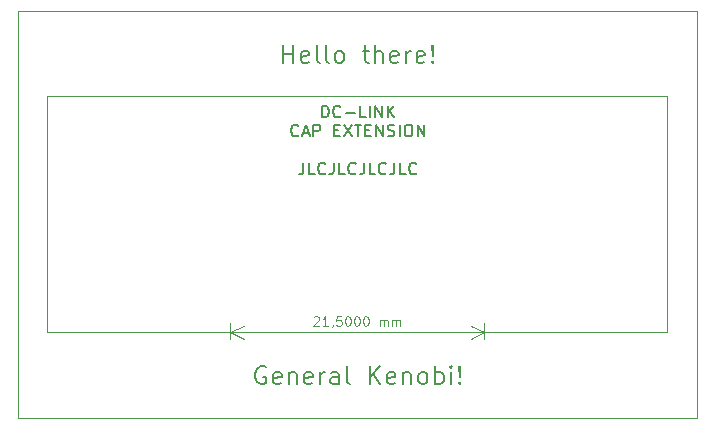
<source format=gbr>
%TF.GenerationSoftware,KiCad,Pcbnew,6.0.2+dfsg-1*%
%TF.CreationDate,2023-05-15T17:13:39+02:00*%
%TF.ProjectId,dclink,64636c69-6e6b-42e6-9b69-6361645f7063,V0*%
%TF.SameCoordinates,Original*%
%TF.FileFunction,Legend,Top*%
%TF.FilePolarity,Positive*%
%FSLAX46Y46*%
G04 Gerber Fmt 4.6, Leading zero omitted, Abs format (unit mm)*
G04 Created by KiCad (PCBNEW 6.0.2+dfsg-1) date 2023-05-15 17:13:39*
%MOMM*%
%LPD*%
G01*
G04 APERTURE LIST*
%ADD10C,0.150000*%
%ADD11C,0.200000*%
%ADD12C,0.120000*%
G04 APERTURE END LIST*
D10*
X146852380Y-103587380D02*
X146852380Y-102587380D01*
X147090476Y-102587380D01*
X147233333Y-102635000D01*
X147328571Y-102730238D01*
X147376190Y-102825476D01*
X147423809Y-103015952D01*
X147423809Y-103158809D01*
X147376190Y-103349285D01*
X147328571Y-103444523D01*
X147233333Y-103539761D01*
X147090476Y-103587380D01*
X146852380Y-103587380D01*
X148423809Y-103492142D02*
X148376190Y-103539761D01*
X148233333Y-103587380D01*
X148138095Y-103587380D01*
X147995238Y-103539761D01*
X147900000Y-103444523D01*
X147852380Y-103349285D01*
X147804761Y-103158809D01*
X147804761Y-103015952D01*
X147852380Y-102825476D01*
X147900000Y-102730238D01*
X147995238Y-102635000D01*
X148138095Y-102587380D01*
X148233333Y-102587380D01*
X148376190Y-102635000D01*
X148423809Y-102682619D01*
X148852380Y-103206428D02*
X149614285Y-103206428D01*
X150566666Y-103587380D02*
X150090476Y-103587380D01*
X150090476Y-102587380D01*
X150900000Y-103587380D02*
X150900000Y-102587380D01*
X151376190Y-103587380D02*
X151376190Y-102587380D01*
X151947619Y-103587380D01*
X151947619Y-102587380D01*
X152423809Y-103587380D02*
X152423809Y-102587380D01*
X152995238Y-103587380D02*
X152566666Y-103015952D01*
X152995238Y-102587380D02*
X152423809Y-103158809D01*
X144852380Y-105102142D02*
X144804761Y-105149761D01*
X144661904Y-105197380D01*
X144566666Y-105197380D01*
X144423809Y-105149761D01*
X144328571Y-105054523D01*
X144280952Y-104959285D01*
X144233333Y-104768809D01*
X144233333Y-104625952D01*
X144280952Y-104435476D01*
X144328571Y-104340238D01*
X144423809Y-104245000D01*
X144566666Y-104197380D01*
X144661904Y-104197380D01*
X144804761Y-104245000D01*
X144852380Y-104292619D01*
X145233333Y-104911666D02*
X145709523Y-104911666D01*
X145138095Y-105197380D02*
X145471428Y-104197380D01*
X145804761Y-105197380D01*
X146138095Y-105197380D02*
X146138095Y-104197380D01*
X146519047Y-104197380D01*
X146614285Y-104245000D01*
X146661904Y-104292619D01*
X146709523Y-104387857D01*
X146709523Y-104530714D01*
X146661904Y-104625952D01*
X146614285Y-104673571D01*
X146519047Y-104721190D01*
X146138095Y-104721190D01*
X147900000Y-104673571D02*
X148233333Y-104673571D01*
X148376190Y-105197380D02*
X147900000Y-105197380D01*
X147900000Y-104197380D01*
X148376190Y-104197380D01*
X148709523Y-104197380D02*
X149376190Y-105197380D01*
X149376190Y-104197380D02*
X148709523Y-105197380D01*
X149614285Y-104197380D02*
X150185714Y-104197380D01*
X149900000Y-105197380D02*
X149900000Y-104197380D01*
X150519047Y-104673571D02*
X150852380Y-104673571D01*
X150995238Y-105197380D02*
X150519047Y-105197380D01*
X150519047Y-104197380D01*
X150995238Y-104197380D01*
X151423809Y-105197380D02*
X151423809Y-104197380D01*
X151995238Y-105197380D01*
X151995238Y-104197380D01*
X152423809Y-105149761D02*
X152566666Y-105197380D01*
X152804761Y-105197380D01*
X152900000Y-105149761D01*
X152947619Y-105102142D01*
X152995238Y-105006904D01*
X152995238Y-104911666D01*
X152947619Y-104816428D01*
X152900000Y-104768809D01*
X152804761Y-104721190D01*
X152614285Y-104673571D01*
X152519047Y-104625952D01*
X152471428Y-104578333D01*
X152423809Y-104483095D01*
X152423809Y-104387857D01*
X152471428Y-104292619D01*
X152519047Y-104245000D01*
X152614285Y-104197380D01*
X152852380Y-104197380D01*
X152995238Y-104245000D01*
X153423809Y-105197380D02*
X153423809Y-104197380D01*
X154090476Y-104197380D02*
X154280952Y-104197380D01*
X154376190Y-104245000D01*
X154471428Y-104340238D01*
X154519047Y-104530714D01*
X154519047Y-104864047D01*
X154471428Y-105054523D01*
X154376190Y-105149761D01*
X154280952Y-105197380D01*
X154090476Y-105197380D01*
X153995238Y-105149761D01*
X153900000Y-105054523D01*
X153852380Y-104864047D01*
X153852380Y-104530714D01*
X153900000Y-104340238D01*
X153995238Y-104245000D01*
X154090476Y-104197380D01*
X154947619Y-105197380D02*
X154947619Y-104197380D01*
X155519047Y-105197380D01*
X155519047Y-104197380D01*
X145280952Y-107417380D02*
X145280952Y-108131666D01*
X145233333Y-108274523D01*
X145138095Y-108369761D01*
X144995238Y-108417380D01*
X144900000Y-108417380D01*
X146233333Y-108417380D02*
X145757142Y-108417380D01*
X145757142Y-107417380D01*
X147138095Y-108322142D02*
X147090476Y-108369761D01*
X146947619Y-108417380D01*
X146852380Y-108417380D01*
X146709523Y-108369761D01*
X146614285Y-108274523D01*
X146566666Y-108179285D01*
X146519047Y-107988809D01*
X146519047Y-107845952D01*
X146566666Y-107655476D01*
X146614285Y-107560238D01*
X146709523Y-107465000D01*
X146852380Y-107417380D01*
X146947619Y-107417380D01*
X147090476Y-107465000D01*
X147138095Y-107512619D01*
X147852380Y-107417380D02*
X147852380Y-108131666D01*
X147804761Y-108274523D01*
X147709523Y-108369761D01*
X147566666Y-108417380D01*
X147471428Y-108417380D01*
X148804761Y-108417380D02*
X148328571Y-108417380D01*
X148328571Y-107417380D01*
X149709523Y-108322142D02*
X149661904Y-108369761D01*
X149519047Y-108417380D01*
X149423809Y-108417380D01*
X149280952Y-108369761D01*
X149185714Y-108274523D01*
X149138095Y-108179285D01*
X149090476Y-107988809D01*
X149090476Y-107845952D01*
X149138095Y-107655476D01*
X149185714Y-107560238D01*
X149280952Y-107465000D01*
X149423809Y-107417380D01*
X149519047Y-107417380D01*
X149661904Y-107465000D01*
X149709523Y-107512619D01*
X150423809Y-107417380D02*
X150423809Y-108131666D01*
X150376190Y-108274523D01*
X150280952Y-108369761D01*
X150138095Y-108417380D01*
X150042857Y-108417380D01*
X151376190Y-108417380D02*
X150900000Y-108417380D01*
X150900000Y-107417380D01*
X152280952Y-108322142D02*
X152233333Y-108369761D01*
X152090476Y-108417380D01*
X151995238Y-108417380D01*
X151852380Y-108369761D01*
X151757142Y-108274523D01*
X151709523Y-108179285D01*
X151661904Y-107988809D01*
X151661904Y-107845952D01*
X151709523Y-107655476D01*
X151757142Y-107560238D01*
X151852380Y-107465000D01*
X151995238Y-107417380D01*
X152090476Y-107417380D01*
X152233333Y-107465000D01*
X152280952Y-107512619D01*
X152995238Y-107417380D02*
X152995238Y-108131666D01*
X152947619Y-108274523D01*
X152852380Y-108369761D01*
X152709523Y-108417380D01*
X152614285Y-108417380D01*
X153947619Y-108417380D02*
X153471428Y-108417380D01*
X153471428Y-107417380D01*
X154852380Y-108322142D02*
X154804761Y-108369761D01*
X154661904Y-108417380D01*
X154566666Y-108417380D01*
X154423809Y-108369761D01*
X154328571Y-108274523D01*
X154280952Y-108179285D01*
X154233333Y-107988809D01*
X154233333Y-107845952D01*
X154280952Y-107655476D01*
X154328571Y-107560238D01*
X154423809Y-107465000D01*
X154566666Y-107417380D01*
X154661904Y-107417380D01*
X154804761Y-107465000D01*
X154852380Y-107512619D01*
D11*
X142078571Y-124750000D02*
X141935714Y-124678571D01*
X141721428Y-124678571D01*
X141507142Y-124750000D01*
X141364285Y-124892857D01*
X141292857Y-125035714D01*
X141221428Y-125321428D01*
X141221428Y-125535714D01*
X141292857Y-125821428D01*
X141364285Y-125964285D01*
X141507142Y-126107142D01*
X141721428Y-126178571D01*
X141864285Y-126178571D01*
X142078571Y-126107142D01*
X142150000Y-126035714D01*
X142150000Y-125535714D01*
X141864285Y-125535714D01*
X143364285Y-126107142D02*
X143221428Y-126178571D01*
X142935714Y-126178571D01*
X142792857Y-126107142D01*
X142721428Y-125964285D01*
X142721428Y-125392857D01*
X142792857Y-125250000D01*
X142935714Y-125178571D01*
X143221428Y-125178571D01*
X143364285Y-125250000D01*
X143435714Y-125392857D01*
X143435714Y-125535714D01*
X142721428Y-125678571D01*
X144078571Y-125178571D02*
X144078571Y-126178571D01*
X144078571Y-125321428D02*
X144150000Y-125250000D01*
X144292857Y-125178571D01*
X144507142Y-125178571D01*
X144650000Y-125250000D01*
X144721428Y-125392857D01*
X144721428Y-126178571D01*
X146007142Y-126107142D02*
X145864285Y-126178571D01*
X145578571Y-126178571D01*
X145435714Y-126107142D01*
X145364285Y-125964285D01*
X145364285Y-125392857D01*
X145435714Y-125250000D01*
X145578571Y-125178571D01*
X145864285Y-125178571D01*
X146007142Y-125250000D01*
X146078571Y-125392857D01*
X146078571Y-125535714D01*
X145364285Y-125678571D01*
X146721428Y-126178571D02*
X146721428Y-125178571D01*
X146721428Y-125464285D02*
X146792857Y-125321428D01*
X146864285Y-125250000D01*
X147007142Y-125178571D01*
X147150000Y-125178571D01*
X148292857Y-126178571D02*
X148292857Y-125392857D01*
X148221428Y-125250000D01*
X148078571Y-125178571D01*
X147792857Y-125178571D01*
X147650000Y-125250000D01*
X148292857Y-126107142D02*
X148150000Y-126178571D01*
X147792857Y-126178571D01*
X147650000Y-126107142D01*
X147578571Y-125964285D01*
X147578571Y-125821428D01*
X147650000Y-125678571D01*
X147792857Y-125607142D01*
X148150000Y-125607142D01*
X148292857Y-125535714D01*
X149221428Y-126178571D02*
X149078571Y-126107142D01*
X149007142Y-125964285D01*
X149007142Y-124678571D01*
X150935714Y-126178571D02*
X150935714Y-124678571D01*
X151792857Y-126178571D02*
X151150000Y-125321428D01*
X151792857Y-124678571D02*
X150935714Y-125535714D01*
X153007142Y-126107142D02*
X152864285Y-126178571D01*
X152578571Y-126178571D01*
X152435714Y-126107142D01*
X152364285Y-125964285D01*
X152364285Y-125392857D01*
X152435714Y-125250000D01*
X152578571Y-125178571D01*
X152864285Y-125178571D01*
X153007142Y-125250000D01*
X153078571Y-125392857D01*
X153078571Y-125535714D01*
X152364285Y-125678571D01*
X153721428Y-125178571D02*
X153721428Y-126178571D01*
X153721428Y-125321428D02*
X153792857Y-125250000D01*
X153935714Y-125178571D01*
X154150000Y-125178571D01*
X154292857Y-125250000D01*
X154364285Y-125392857D01*
X154364285Y-126178571D01*
X155292857Y-126178571D02*
X155150000Y-126107142D01*
X155078571Y-126035714D01*
X155007142Y-125892857D01*
X155007142Y-125464285D01*
X155078571Y-125321428D01*
X155150000Y-125250000D01*
X155292857Y-125178571D01*
X155507142Y-125178571D01*
X155650000Y-125250000D01*
X155721428Y-125321428D01*
X155792857Y-125464285D01*
X155792857Y-125892857D01*
X155721428Y-126035714D01*
X155650000Y-126107142D01*
X155507142Y-126178571D01*
X155292857Y-126178571D01*
X156435714Y-126178571D02*
X156435714Y-124678571D01*
X156435714Y-125250000D02*
X156578571Y-125178571D01*
X156864285Y-125178571D01*
X157007142Y-125250000D01*
X157078571Y-125321428D01*
X157150000Y-125464285D01*
X157150000Y-125892857D01*
X157078571Y-126035714D01*
X157007142Y-126107142D01*
X156864285Y-126178571D01*
X156578571Y-126178571D01*
X156435714Y-126107142D01*
X157792857Y-126178571D02*
X157792857Y-125178571D01*
X157792857Y-124678571D02*
X157721428Y-124750000D01*
X157792857Y-124821428D01*
X157864285Y-124750000D01*
X157792857Y-124678571D01*
X157792857Y-124821428D01*
X158507142Y-126035714D02*
X158578571Y-126107142D01*
X158507142Y-126178571D01*
X158435714Y-126107142D01*
X158507142Y-126035714D01*
X158507142Y-126178571D01*
X158507142Y-125607142D02*
X158435714Y-124750000D01*
X158507142Y-124678571D01*
X158578571Y-124750000D01*
X158507142Y-125607142D01*
X158507142Y-124678571D01*
X143578571Y-98978571D02*
X143578571Y-97478571D01*
X143578571Y-98192857D02*
X144435714Y-98192857D01*
X144435714Y-98978571D02*
X144435714Y-97478571D01*
X145721428Y-98907142D02*
X145578571Y-98978571D01*
X145292857Y-98978571D01*
X145150000Y-98907142D01*
X145078571Y-98764285D01*
X145078571Y-98192857D01*
X145150000Y-98050000D01*
X145292857Y-97978571D01*
X145578571Y-97978571D01*
X145721428Y-98050000D01*
X145792857Y-98192857D01*
X145792857Y-98335714D01*
X145078571Y-98478571D01*
X146650000Y-98978571D02*
X146507142Y-98907142D01*
X146435714Y-98764285D01*
X146435714Y-97478571D01*
X147435714Y-98978571D02*
X147292857Y-98907142D01*
X147221428Y-98764285D01*
X147221428Y-97478571D01*
X148221428Y-98978571D02*
X148078571Y-98907142D01*
X148007142Y-98835714D01*
X147935714Y-98692857D01*
X147935714Y-98264285D01*
X148007142Y-98121428D01*
X148078571Y-98050000D01*
X148221428Y-97978571D01*
X148435714Y-97978571D01*
X148578571Y-98050000D01*
X148650000Y-98121428D01*
X148721428Y-98264285D01*
X148721428Y-98692857D01*
X148650000Y-98835714D01*
X148578571Y-98907142D01*
X148435714Y-98978571D01*
X148221428Y-98978571D01*
X150292857Y-97978571D02*
X150864285Y-97978571D01*
X150507142Y-97478571D02*
X150507142Y-98764285D01*
X150578571Y-98907142D01*
X150721428Y-98978571D01*
X150864285Y-98978571D01*
X151364285Y-98978571D02*
X151364285Y-97478571D01*
X152007142Y-98978571D02*
X152007142Y-98192857D01*
X151935714Y-98050000D01*
X151792857Y-97978571D01*
X151578571Y-97978571D01*
X151435714Y-98050000D01*
X151364285Y-98121428D01*
X153292857Y-98907142D02*
X153150000Y-98978571D01*
X152864285Y-98978571D01*
X152721428Y-98907142D01*
X152650000Y-98764285D01*
X152650000Y-98192857D01*
X152721428Y-98050000D01*
X152864285Y-97978571D01*
X153150000Y-97978571D01*
X153292857Y-98050000D01*
X153364285Y-98192857D01*
X153364285Y-98335714D01*
X152650000Y-98478571D01*
X154007142Y-98978571D02*
X154007142Y-97978571D01*
X154007142Y-98264285D02*
X154078571Y-98121428D01*
X154150000Y-98050000D01*
X154292857Y-97978571D01*
X154435714Y-97978571D01*
X155507142Y-98907142D02*
X155364285Y-98978571D01*
X155078571Y-98978571D01*
X154935714Y-98907142D01*
X154864285Y-98764285D01*
X154864285Y-98192857D01*
X154935714Y-98050000D01*
X155078571Y-97978571D01*
X155364285Y-97978571D01*
X155507142Y-98050000D01*
X155578571Y-98192857D01*
X155578571Y-98335714D01*
X154864285Y-98478571D01*
X156221428Y-98835714D02*
X156292857Y-98907142D01*
X156221428Y-98978571D01*
X156150000Y-98907142D01*
X156221428Y-98835714D01*
X156221428Y-98978571D01*
X156221428Y-98407142D02*
X156150000Y-97550000D01*
X156221428Y-97478571D01*
X156292857Y-97550000D01*
X156221428Y-98407142D01*
X156221428Y-97478571D01*
D12*
X146154761Y-120518095D02*
X146192857Y-120480000D01*
X146269047Y-120441904D01*
X146459523Y-120441904D01*
X146535714Y-120480000D01*
X146573809Y-120518095D01*
X146611904Y-120594285D01*
X146611904Y-120670476D01*
X146573809Y-120784761D01*
X146116666Y-121241904D01*
X146611904Y-121241904D01*
X147373809Y-121241904D02*
X146916666Y-121241904D01*
X147145238Y-121241904D02*
X147145238Y-120441904D01*
X147069047Y-120556190D01*
X146992857Y-120632380D01*
X146916666Y-120670476D01*
X147754761Y-121203809D02*
X147754761Y-121241904D01*
X147716666Y-121318095D01*
X147678571Y-121356190D01*
X148478571Y-120441904D02*
X148097619Y-120441904D01*
X148059523Y-120822857D01*
X148097619Y-120784761D01*
X148173809Y-120746666D01*
X148364285Y-120746666D01*
X148440476Y-120784761D01*
X148478571Y-120822857D01*
X148516666Y-120899047D01*
X148516666Y-121089523D01*
X148478571Y-121165714D01*
X148440476Y-121203809D01*
X148364285Y-121241904D01*
X148173809Y-121241904D01*
X148097619Y-121203809D01*
X148059523Y-121165714D01*
X149011904Y-120441904D02*
X149088095Y-120441904D01*
X149164285Y-120480000D01*
X149202380Y-120518095D01*
X149240476Y-120594285D01*
X149278571Y-120746666D01*
X149278571Y-120937142D01*
X149240476Y-121089523D01*
X149202380Y-121165714D01*
X149164285Y-121203809D01*
X149088095Y-121241904D01*
X149011904Y-121241904D01*
X148935714Y-121203809D01*
X148897619Y-121165714D01*
X148859523Y-121089523D01*
X148821428Y-120937142D01*
X148821428Y-120746666D01*
X148859523Y-120594285D01*
X148897619Y-120518095D01*
X148935714Y-120480000D01*
X149011904Y-120441904D01*
X149773809Y-120441904D02*
X149850000Y-120441904D01*
X149926190Y-120480000D01*
X149964285Y-120518095D01*
X150002380Y-120594285D01*
X150040476Y-120746666D01*
X150040476Y-120937142D01*
X150002380Y-121089523D01*
X149964285Y-121165714D01*
X149926190Y-121203809D01*
X149850000Y-121241904D01*
X149773809Y-121241904D01*
X149697619Y-121203809D01*
X149659523Y-121165714D01*
X149621428Y-121089523D01*
X149583333Y-120937142D01*
X149583333Y-120746666D01*
X149621428Y-120594285D01*
X149659523Y-120518095D01*
X149697619Y-120480000D01*
X149773809Y-120441904D01*
X150535714Y-120441904D02*
X150611904Y-120441904D01*
X150688095Y-120480000D01*
X150726190Y-120518095D01*
X150764285Y-120594285D01*
X150802380Y-120746666D01*
X150802380Y-120937142D01*
X150764285Y-121089523D01*
X150726190Y-121165714D01*
X150688095Y-121203809D01*
X150611904Y-121241904D01*
X150535714Y-121241904D01*
X150459523Y-121203809D01*
X150421428Y-121165714D01*
X150383333Y-121089523D01*
X150345238Y-120937142D01*
X150345238Y-120746666D01*
X150383333Y-120594285D01*
X150421428Y-120518095D01*
X150459523Y-120480000D01*
X150535714Y-120441904D01*
X151754761Y-121241904D02*
X151754761Y-120708571D01*
X151754761Y-120784761D02*
X151792857Y-120746666D01*
X151869047Y-120708571D01*
X151983333Y-120708571D01*
X152059523Y-120746666D01*
X152097619Y-120822857D01*
X152097619Y-121241904D01*
X152097619Y-120822857D02*
X152135714Y-120746666D01*
X152211904Y-120708571D01*
X152326190Y-120708571D01*
X152402380Y-120746666D01*
X152440476Y-120822857D01*
X152440476Y-121241904D01*
X152821428Y-121241904D02*
X152821428Y-120708571D01*
X152821428Y-120784761D02*
X152859523Y-120746666D01*
X152935714Y-120708571D01*
X153050000Y-120708571D01*
X153126190Y-120746666D01*
X153164285Y-120822857D01*
X153164285Y-121241904D01*
X153164285Y-120822857D02*
X153202380Y-120746666D01*
X153278571Y-120708571D01*
X153392857Y-120708571D01*
X153469047Y-120746666D01*
X153507142Y-120822857D01*
X153507142Y-121241904D01*
X139100000Y-121000000D02*
X139100000Y-122386420D01*
X160600000Y-121000000D02*
X160600000Y-122386420D01*
X139100000Y-121800000D02*
X160600000Y-121800000D01*
X139100000Y-121800000D02*
X160600000Y-121800000D01*
X139100000Y-121800000D02*
X140226504Y-122386421D01*
X139100000Y-121800000D02*
X140226504Y-121213579D01*
X160600000Y-121800000D02*
X159473496Y-121213579D01*
X160600000Y-121800000D02*
X159473496Y-122386421D01*
D10*
%TO.C, *%
D12*
X178600000Y-129050000D02*
X121100000Y-129050000D01*
X121100000Y-129050000D02*
X121100000Y-94550000D01*
X121100000Y-94550000D02*
X178600000Y-94550000D01*
X178600000Y-94550000D02*
X178600000Y-129050000D01*
X123600000Y-101800000D02*
X176100000Y-101800000D01*
X176100000Y-101800000D02*
X176100000Y-121800000D01*
X176100000Y-121800000D02*
X123600000Y-121800000D01*
X123600000Y-121800000D02*
X123600000Y-101800000D01*
%TD*%
M02*

</source>
